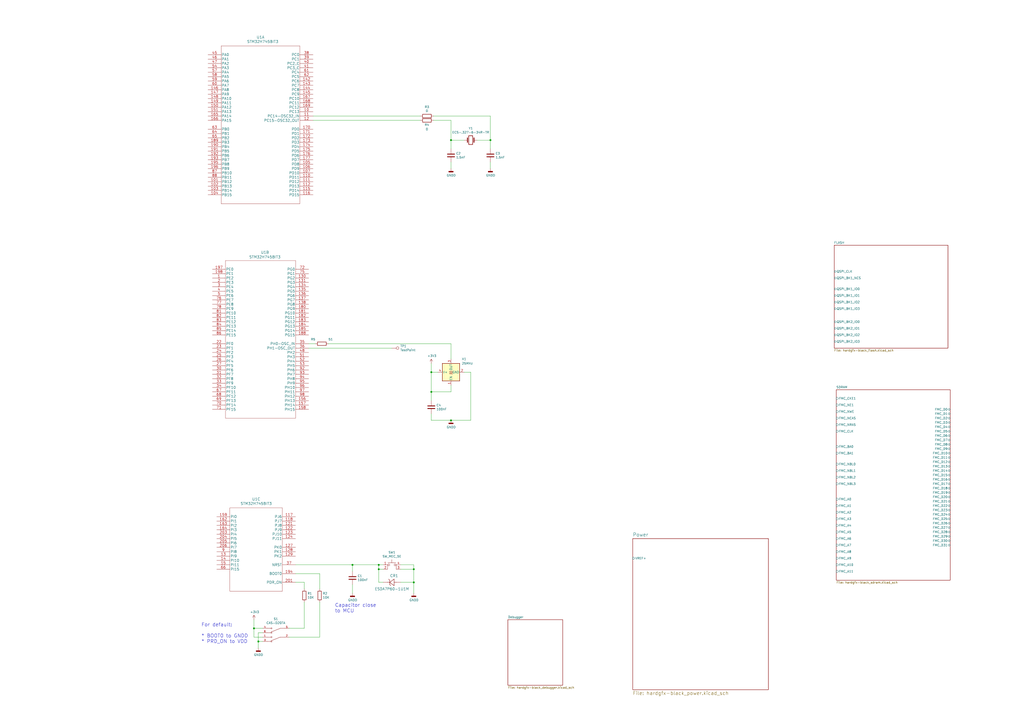
<source format=kicad_sch>
(kicad_sch (version 20211123) (generator eeschema)
  (paper "A2")
  (title_block (title "main") (date "2021-11-20") (rev "Rev. 1") (company "HardGFX") (comment 1 "Esp. Eng. Sciarrone, Hanes Nahuel") (comment 2 "Magister in embedded systems") (comment 3 "UBA - Facultad de Ingeniería"))
  (lib_symbols
    (symbol "CAS-D20TA:CAS-D20TA" (pin_names (offset 1.016) hide)
      (property "Reference" "S" (at -2.54 6.35 0))
      (property "Value" "CAS-D20TA" (at -2.54 -3.81 0))
      (symbol "CAS-D20TA_0_0"
        (polyline (pts (xy -2.54 -2.54) (xy -5.08 -2.54)) (stroke (width 0.1524)))
        (polyline (pts (xy -2.54 -2.54) (xy 2.794 -0.4064)) (stroke (width 0.1524)))
        (polyline (pts (xy -2.54 2.54) (xy -5.08 2.54)) (stroke (width 0.1524)))
        (polyline (pts (xy -2.54 2.54) (xy 2.794 4.6736)) (stroke (width 0.1524)))
        (polyline (pts (xy 5.08 -2.54) (xy 2.921 -2.54)) (stroke (width 0.1524)))
        (polyline (pts (xy 5.08 0) (xy 2.921 0)) (stroke (width 0.1524)))
        (polyline (pts (xy 5.08 2.54) (xy 2.921 2.54)) (stroke (width 0.1524)))
        (polyline (pts (xy 5.08 5.08) (xy 2.921 5.08)) (stroke (width 0.1524)))
        (circle (center 2.54 -2.54) (radius 0.3302) (stroke (width 0.1524)))
        (circle (center 2.54 0) (radius 0.3302) (stroke (width 0.1524)))
        (circle (center 2.54 2.54) (radius 0.3302) (stroke (width 0.1524)))
        (circle (center 2.54 5.08) (radius 0.3302) (stroke (width 0.1524)))
        (pin passive line (at 7.62 2.54 180) (length 2.54) (name "~") (number "1"))
        (pin passive line (at -7.62 2.54 0) (length 2.54) (name "~") (number "2"))
        (pin passive line (at 7.62 5.08 180) (length 2.54) (name "~") (number "3"))
        (pin passive line (at 7.62 -2.54 180) (length 2.54) (name "~") (number "4"))
        (pin passive line (at -7.62 -2.54 0) (length 2.54) (name "~") (number "5"))
        (pin passive line (at 7.62 0 180) (length 2.54) (name "~") (number "6"))
      )
    )
    (symbol "Connector:TestPoint" (pin_numbers hide) (pin_names (offset 0.762) hide)
      (property "Reference" "TP" (at 0 6.858 0))
      (property "Value" "TestPoint" (at 0 5.08 0))
      (symbol "TestPoint_0_1"
        (circle (center 0 3.302) (radius 0.762))
      )
      (symbol "TestPoint_1_1"
        (pin passive line (at 0 0 90) (length 2.54) (name "1") (number "1"))
      )
    )
    (symbol "Device:C" (pin_numbers hide) (pin_names (offset 0.254))
      (property "Reference" "C" (at 0.635 2.54 0))
      (property "Value" "C" (at 0.635 -2.54 0))
      (symbol "C_0_1"
        (polyline (pts (xy -2.032 -0.762) (xy 2.032 -0.762)) (stroke (width 0.508)))
        (polyline (pts (xy -2.032 0.762) (xy 2.032 0.762)) (stroke (width 0.508)))
      )
      (symbol "C_1_1"
        (pin passive line (at 0 3.81 270) (length 2.794) (name "~") (number "1"))
        (pin passive line (at 0 -3.81 90) (length 2.794) (name "~") (number "2"))
      )
    )
    (symbol "Device:Crystal" (pin_numbers hide) (pin_names (offset 1.016) hide)
      (property "Reference" "Y" (at 0 3.81 0))
      (property "Value" "Crystal" (at 0 -3.81 0))
      (symbol "Crystal_0_1"
        (rectangle (start -1.143 2.54) (end 1.143 -2.54) (stroke (width 0.3048)))
        (polyline (pts (xy -2.54 0) (xy -1.905 0)))
        (polyline (pts (xy -1.905 -1.27) (xy -1.905 1.27)) (stroke (width 0.508)))
        (polyline (pts (xy 1.905 -1.27) (xy 1.905 1.27)) (stroke (width 0.508)))
        (polyline (pts (xy 2.54 0) (xy 1.905 0)))
      )
      (symbol "Crystal_1_1"
        (pin passive line (at -3.81 0 0) (length 1.27) (name "1") (number "1"))
        (pin passive line (at 3.81 0 180) (length 1.27) (name "2") (number "2"))
      )
    )
    (symbol "Device:R" (pin_numbers hide) (pin_names (offset 0))
      (property "Reference" "R" (at 2.032 0 90))
      (property "Value" "R" (at 0 0 90))
      (symbol "R_0_1"
        (rectangle (start -1.016 -2.54) (end 1.016 2.54) (stroke (width 0.254)))
      )
      (symbol "R_1_1"
        (pin passive line (at 0 3.81 270) (length 1.27) (name "~") (number "1"))
        (pin passive line (at 0 -3.81 90) (length 1.27) (name "~") (number "2"))
      )
    )
    (symbol "ESDA7P60-1U1M:ESDA7P60-1U1M" (pin_numbers hide) (pin_names (offset 1.651) hide)
      (property "Reference" "CR" (at 0 0 0))
      (property "Value" "ESDA7P60-1U1M" (at 1.27 -4.445 0))
      (symbol "ESDA7P60-1U1M_1_1"
        (polyline (pts (xy 2.54 0) (xy 3.81 0)) (stroke (width 0.2032)))
        (polyline (pts (xy 3.175 1.905) (xy 3.81 1.27)) (stroke (width 0.2032)))
        (polyline (pts (xy 3.81 -1.27) (xy 4.445 -1.905)) (stroke (width 0.2032)))
        (polyline (pts (xy 3.81 0) (xy 6.35 -1.905)) (stroke (width 0.2032)))
        (polyline (pts (xy 3.81 1.27) (xy 3.81 -1.27)) (stroke (width 0.2032)))
        (polyline (pts (xy 6.35 -1.905) (xy 6.35 1.905)) (stroke (width 0.2032)))
        (polyline (pts (xy 6.35 1.905) (xy 3.81 0)) (stroke (width 0.2032)))
        (polyline (pts (xy 7.62 0) (xy 6.35 0)) (stroke (width 0.2032)))
        (pin passive line (at 0 0 0) (length 2.54) (name "~") (number "1"))
        (pin passive line (at 10.16 0 180) (length 2.54) (name "~") (number "2"))
      )
    )
    (symbol "Oscillator:XO32" (pin_names (offset 0.254))
      (property "Reference" "X" (at -5.08 6.35 0))
      (property "Value" "XO32" (at 1.27 -6.35 0))
      (symbol "XO32_0_1"
        (rectangle (start -5.08 5.08) (end 5.08 -5.08) (stroke (width 0.254)) (fill (type background)))
        (polyline (pts (xy -1.27 -0.762) (xy -1.016 -0.762) (xy -1.016 0.762) (xy -0.508 0.762) (xy -0.508 -0.762) (xy 0 -0.762) (xy 0 0.762) (xy 0.508 0.762) (xy 0.508 -0.762) (xy 0.762 -0.762)))
      )
      (symbol "XO32_1_1"
        (pin input line (at -7.62 0 0) (length 2.54) (name "EN") (number "1"))
        (pin power_in line (at 0 -7.62 90) (length 2.54) (name "GND") (number "2"))
        (pin output line (at 7.62 0 180) (length 2.54) (name "OUT") (number "3"))
        (pin power_in line (at 0 7.62 270) (length 2.54) (name "V+") (number "4"))
      )
    )
    (symbol "STM32H745BIT3:STM32H745BIT3" (pin_names (offset 0.254))
      (property "Reference" "U" (at 30.48 10.16 0))
      (property "Value" "STM32H745BIT3" (at 30.48 7.62 0))
      (symbol "STM32H745BIT3_1_1"
        (polyline (pts (xy 7.62 -86.36) (xy 53.34 -86.36)) (stroke (width 0.127)))
        (polyline (pts (xy 7.62 5.08) (xy 7.62 -86.36)) (stroke (width 0.127)))
        (polyline (pts (xy 53.34 -86.36) (xy 53.34 5.08)) (stroke (width 0.127)))
        (polyline (pts (xy 53.34 5.08) (xy 7.62 5.08)) (stroke (width 0.127)))
        (pin bidirectional line (at 60.96 -33.02 180) (length 7.62) (name "PC13") (number "10"))
        (pin bidirectional line (at 0 -73.66 0) (length 7.62) (name "PB12") (number "101"))
        (pin bidirectional line (at 0 -76.2 0) (length 7.62) (name "PB13") (number "102"))
        (pin bidirectional line (at 0 -78.74 0) (length 7.62) (name "PB14") (number "103"))
        (pin bidirectional line (at 0 -81.28 0) (length 7.62) (name "PB15") (number "104"))
        (pin bidirectional line (at 60.96 -63.5 180) (length 7.62) (name "PD8") (number "105"))
        (pin bidirectional line (at 60.96 -66.04 180) (length 7.62) (name "PD9") (number "106"))
        (pin bidirectional line (at 60.96 -68.58 180) (length 7.62) (name "PD10") (number "107"))
        (pin bidirectional line (at 60.96 -35.56 180) (length 7.62) (name "PC14-OSC32_IN") (number "11"))
        (pin bidirectional line (at 60.96 -71.12 180) (length 7.62) (name "PD11") (number "110"))
        (pin bidirectional line (at 60.96 -73.66 180) (length 7.62) (name "PD12") (number "111"))
        (pin bidirectional line (at 60.96 -76.2 180) (length 7.62) (name "PD13") (number "112"))
        (pin bidirectional line (at 60.96 -78.74 180) (length 7.62) (name "PD14") (number "115"))
        (pin bidirectional line (at 60.96 -81.28 180) (length 7.62) (name "PD15") (number "116"))
        (pin bidirectional line (at 60.96 -38.1 180) (length 7.62) (name "PC15-OSC32_OUT") (number "12"))
        (pin bidirectional line (at 60.96 -15.24 180) (length 7.62) (name "PC6") (number "142"))
        (pin bidirectional line (at 60.96 -17.78 180) (length 7.62) (name "PC7") (number "143"))
        (pin bidirectional line (at 60.96 -20.32 180) (length 7.62) (name "PC8") (number "144"))
        (pin bidirectional line (at 60.96 -22.86 180) (length 7.62) (name "PC9") (number "145"))
        (pin bidirectional line (at 0 -20.32 0) (length 7.62) (name "PA8") (number "146"))
        (pin bidirectional line (at 0 -22.86 0) (length 7.62) (name "PA9") (number "147"))
        (pin bidirectional line (at 0 -25.4 0) (length 7.62) (name "PA10") (number "148"))
        (pin bidirectional line (at 0 -27.94 0) (length 7.62) (name "PA11") (number "149"))
        (pin bidirectional line (at 0 -30.48 0) (length 7.62) (name "PA12") (number "150"))
        (pin bidirectional line (at 0 -33.02 0) (length 7.62) (name "PA13") (number "151"))
        (pin bidirectional line (at 0 -35.56 0) (length 7.62) (name "PA14") (number "165"))
        (pin bidirectional line (at 0 -38.1 0) (length 7.62) (name "PA15") (number "166"))
        (pin bidirectional line (at 60.96 -25.4 180) (length 7.62) (name "PC10") (number "167"))
        (pin bidirectional line (at 60.96 -27.94 180) (length 7.62) (name "PC11") (number "168"))
        (pin bidirectional line (at 60.96 -30.48 180) (length 7.62) (name "PC12") (number "169"))
        (pin bidirectional line (at 60.96 -43.18 180) (length 7.62) (name "PD0") (number "170"))
        (pin bidirectional line (at 60.96 -45.72 180) (length 7.62) (name "PD1") (number "171"))
        (pin bidirectional line (at 60.96 -48.26 180) (length 7.62) (name "PD2") (number "172"))
        (pin bidirectional line (at 60.96 -50.8 180) (length 7.62) (name "PD3") (number "173"))
        (pin bidirectional line (at 60.96 -53.34 180) (length 7.62) (name "PD4") (number "174"))
        (pin bidirectional line (at 60.96 -55.88 180) (length 7.62) (name "PD5") (number "175"))
        (pin bidirectional line (at 60.96 -58.42 180) (length 7.62) (name "PD6") (number "176"))
        (pin bidirectional line (at 60.96 -60.96 180) (length 7.62) (name "PD7") (number "177"))
        (pin bidirectional line (at 0 -50.8 0) (length 7.62) (name "PB3") (number "189"))
        (pin bidirectional line (at 0 -53.34 0) (length 7.62) (name "PB4") (number "190"))
        (pin bidirectional line (at 0 -55.88 0) (length 7.62) (name "PB5") (number "191"))
        (pin bidirectional line (at 0 -58.42 0) (length 7.62) (name "PB6") (number "192"))
        (pin bidirectional line (at 0 -60.96 0) (length 7.62) (name "PB7") (number "193"))
        (pin bidirectional line (at 0 -63.5 0) (length 7.62) (name "PB8") (number "195"))
        (pin bidirectional line (at 0 -66.04 0) (length 7.62) (name "PB9") (number "196"))
        (pin bidirectional line (at 60.96 0 180) (length 7.62) (name "PC0") (number "38"))
        (pin bidirectional line (at 60.96 -2.54 180) (length 7.62) (name "PC1") (number "39"))
        (pin bidirectional line (at 60.96 -5.08 180) (length 7.62) (name "PC2_C") (number "40"))
        (pin bidirectional line (at 60.96 -7.62 180) (length 7.62) (name "PC3_C") (number "41"))
        (pin bidirectional line (at 0 0 0) (length 7.62) (name "PA0") (number "45"))
        (pin bidirectional line (at 0 -2.54 0) (length 7.62) (name "PA1") (number "46"))
        (pin bidirectional line (at 0 -5.08 0) (length 7.62) (name "PA2") (number "47"))
        (pin bidirectional line (at 0 -7.62 0) (length 7.62) (name "PA3") (number "54"))
        (pin bidirectional line (at 0 -10.16 0) (length 7.62) (name "PA4") (number "57"))
        (pin bidirectional line (at 0 -12.7 0) (length 7.62) (name "PA5") (number "58"))
        (pin bidirectional line (at 0 -15.24 0) (length 7.62) (name "PA6") (number "59"))
        (pin bidirectional line (at 0 -17.78 0) (length 7.62) (name "PA7") (number "60"))
        (pin bidirectional line (at 60.96 -10.16 180) (length 7.62) (name "PC4") (number "61"))
        (pin bidirectional line (at 60.96 -12.7 180) (length 7.62) (name "PC5") (number "62"))
        (pin bidirectional line (at 0 -43.18 0) (length 7.62) (name "PB0") (number "63"))
        (pin bidirectional line (at 0 -45.72 0) (length 7.62) (name "PB1") (number "64"))
        (pin bidirectional line (at 0 -48.26 0) (length 7.62) (name "PB2") (number "65"))
        (pin bidirectional line (at 0 -68.58 0) (length 7.62) (name "PB10") (number "87"))
        (pin bidirectional line (at 0 -71.12 0) (length 7.62) (name "PB11") (number "88"))
      )
      (symbol "STM32H745BIT3_2_1"
        (polyline (pts (xy 7.62 -86.36) (xy 48.26 -86.36)) (stroke (width 0.127)))
        (polyline (pts (xy 7.62 5.08) (xy 7.62 -86.36)) (stroke (width 0.127)))
        (polyline (pts (xy 48.26 -86.36) (xy 48.26 5.08)) (stroke (width 0.127)))
        (polyline (pts (xy 48.26 5.08) (xy 7.62 5.08)) (stroke (width 0.127)))
        (pin bidirectional line (at 0 -5.08 0) (length 7.62) (name "PE2") (number "1"))
        (pin bidirectional line (at 55.88 -5.08 180) (length 7.62) (name "PG2") (number "130"))
        (pin bidirectional line (at 55.88 -7.62 180) (length 7.62) (name "PG3") (number "131"))
        (pin bidirectional line (at 55.88 -10.16 180) (length 7.62) (name "PG4") (number "134"))
        (pin bidirectional line (at 55.88 -12.7 180) (length 7.62) (name "PG5") (number "135"))
        (pin bidirectional line (at 55.88 -15.24 180) (length 7.62) (name "PG6") (number "136"))
        (pin bidirectional line (at 55.88 -17.78 180) (length 7.62) (name "PG7") (number "137"))
        (pin bidirectional line (at 55.88 -20.32 180) (length 7.62) (name "PG8") (number "138"))
        (pin bidirectional line (at 55.88 -76.2 180) (length 7.62) (name "PH13") (number "156"))
        (pin bidirectional line (at 55.88 -78.74 180) (length 7.62) (name "PH14") (number "157"))
        (pin bidirectional line (at 55.88 -81.28 180) (length 7.62) (name "PH15") (number "158"))
        (pin bidirectional line (at 55.88 -22.86 180) (length 7.62) (name "PG9") (number "180"))
        (pin bidirectional line (at 55.88 -25.4 180) (length 7.62) (name "PG10") (number "181"))
        (pin bidirectional line (at 55.88 -27.94 180) (length 7.62) (name "PG11") (number "182"))
        (pin bidirectional line (at 55.88 -30.48 180) (length 7.62) (name "PG12") (number "183"))
        (pin bidirectional line (at 55.88 -33.02 180) (length 7.62) (name "PG13") (number "184"))
        (pin bidirectional line (at 55.88 -35.56 180) (length 7.62) (name "PG14") (number "185"))
        (pin bidirectional line (at 55.88 -38.1 180) (length 7.62) (name "PG15") (number "188"))
        (pin bidirectional line (at 0 0 0) (length 7.62) (name "PE0") (number "197"))
        (pin bidirectional line (at 0 -2.54 0) (length 7.62) (name "PE1") (number "198"))
        (pin bidirectional line (at 0 -7.62 0) (length 7.62) (name "PE3") (number "2"))
        (pin bidirectional line (at 0 -43.18 0) (length 7.62) (name "PF0") (number "22"))
        (pin bidirectional line (at 0 -45.72 0) (length 7.62) (name "PF1") (number "23"))
        (pin bidirectional line (at 0 -48.26 0) (length 7.62) (name "PF2") (number "24"))
        (pin bidirectional line (at 0 -50.8 0) (length 7.62) (name "PF3") (number "25"))
        (pin bidirectional line (at 0 -53.34 0) (length 7.62) (name "PF4") (number "26"))
        (pin bidirectional line (at 0 -55.88 0) (length 7.62) (name "PF5") (number "27"))
        (pin bidirectional line (at 0 -10.16 0) (length 7.62) (name "PE4") (number "3"))
        (pin bidirectional line (at 0 -58.42 0) (length 7.62) (name "PF6") (number "30"))
        (pin bidirectional line (at 0 -60.96 0) (length 7.62) (name "PF7") (number "31"))
        (pin bidirectional line (at 0 -63.5 0) (length 7.62) (name "PF8") (number "32"))
        (pin bidirectional line (at 0 -66.04 0) (length 7.62) (name "PF9") (number "33"))
        (pin bidirectional line (at 0 -68.58 0) (length 7.62) (name "PF10") (number "34"))
        (pin bidirectional line (at 55.88 -43.18 180) (length 7.62) (name "PH0-OSC_IN") (number "35"))
        (pin bidirectional line (at 55.88 -45.72 180) (length 7.62) (name "PH1-OSC_OUT") (number "36"))
        (pin bidirectional line (at 0 -12.7 0) (length 7.62) (name "PE5") (number "4"))
        (pin bidirectional line (at 55.88 -48.26 180) (length 7.62) (name "PH2") (number "48"))
        (pin bidirectional line (at 0 -15.24 0) (length 7.62) (name "PE6") (number "5"))
        (pin bidirectional line (at 55.88 -50.8 180) (length 7.62) (name "PH3") (number "51"))
        (pin bidirectional line (at 55.88 -53.34 180) (length 7.62) (name "PH4") (number "52"))
        (pin bidirectional line (at 55.88 -55.88 180) (length 7.62) (name "PH5") (number "53"))
        (pin bidirectional line (at 0 -71.12 0) (length 7.62) (name "PF11") (number "67"))
        (pin bidirectional line (at 0 -73.66 0) (length 7.62) (name "PF12") (number "68"))
        (pin bidirectional line (at 0 -76.2 0) (length 7.62) (name "PF13") (number "69"))
        (pin bidirectional line (at 0 -78.74 0) (length 7.62) (name "PF14") (number "70"))
        (pin bidirectional line (at 0 -81.28 0) (length 7.62) (name "PF15") (number "71"))
        (pin bidirectional line (at 55.88 0 180) (length 7.62) (name "PG0") (number "72"))
        (pin bidirectional line (at 55.88 -2.54 180) (length 7.62) (name "PG1") (number "75"))
        (pin bidirectional line (at 0 -17.78 0) (length 7.62) (name "PE7") (number "76"))
        (pin bidirectional line (at 0 -20.32 0) (length 7.62) (name "PE8") (number "77"))
        (pin bidirectional line (at 0 -22.86 0) (length 7.62) (name "PE9") (number "78"))
        (pin bidirectional line (at 0 -25.4 0) (length 7.62) (name "PE10") (number "81"))
        (pin bidirectional line (at 0 -27.94 0) (length 7.62) (name "PE11") (number "82"))
        (pin bidirectional line (at 0 -30.48 0) (length 7.62) (name "PE12") (number "83"))
        (pin bidirectional line (at 0 -33.02 0) (length 7.62) (name "PE13") (number "84"))
        (pin bidirectional line (at 0 -35.56 0) (length 7.62) (name "PE14") (number "85"))
        (pin bidirectional line (at 0 -38.1 0) (length 7.62) (name "PE15") (number "86"))
        (pin bidirectional line (at 55.88 -58.42 180) (length 7.62) (name "PH6") (number "92"))
        (pin bidirectional line (at 55.88 -60.96 180) (length 7.62) (name "PH7") (number "93"))
        (pin bidirectional line (at 55.88 -63.5 180) (length 7.62) (name "PH8") (number "94"))
        (pin bidirectional line (at 55.88 -66.04 180) (length 7.62) (name "PH9") (number "95"))
        (pin bidirectional line (at 55.88 -68.58 180) (length 7.62) (name "PH10") (number "96"))
        (pin bidirectional line (at 55.88 -71.12 180) (length 7.62) (name "PH11") (number "97"))
        (pin bidirectional line (at 55.88 -73.66 180) (length 7.62) (name "PH12") (number "98"))
      )
      (symbol "STM32H745BIT3_3_1"
        (polyline (pts (xy 7.62 -43.18) (xy 38.1 -43.18)) (stroke (width 0.127)))
        (polyline (pts (xy 7.62 5.08) (xy 7.62 -43.18)) (stroke (width 0.127)))
        (polyline (pts (xy 38.1 -43.18) (xy 38.1 5.08)) (stroke (width 0.127)))
        (polyline (pts (xy 38.1 5.08) (xy 7.62 5.08)) (stroke (width 0.127)))
        (pin bidirectional line (at 45.72 0 180) (length 7.62) (name "PJ6") (number "117"))
        (pin bidirectional line (at 45.72 -2.54 180) (length 7.62) (name "PJ7") (number "118"))
        (pin bidirectional line (at 45.72 -5.08 180) (length 7.62) (name "PJ8") (number "121"))
        (pin bidirectional line (at 45.72 -7.62 180) (length 7.62) (name "PJ9") (number "122"))
        (pin bidirectional line (at 45.72 -10.16 180) (length 7.62) (name "PJ10") (number "123"))
        (pin bidirectional line (at 45.72 -12.7 180) (length 7.62) (name "PJ11") (number "124"))
        (pin bidirectional line (at 45.72 -17.78 180) (length 7.62) (name "PK0") (number "127"))
        (pin bidirectional line (at 45.72 -20.32 180) (length 7.62) (name "PK1") (number "128"))
        (pin bidirectional line (at 45.72 -22.86 180) (length 7.62) (name "PK2") (number "129"))
        (pin bidirectional line (at 0 -22.86 0) (length 7.62) (name "PI9") (number "13"))
        (pin bidirectional line (at 0 -25.4 0) (length 7.62) (name "PI10") (number "14"))
        (pin bidirectional line (at 0 -27.94 0) (length 7.62) (name "PI11") (number "15"))
        (pin bidirectional line (at 0 0 0) (length 7.62) (name "PI0") (number "159"))
        (pin bidirectional line (at 0 -2.54 0) (length 7.62) (name "PI1") (number "162"))
        (pin bidirectional line (at 0 -5.08 0) (length 7.62) (name "PI2") (number "163"))
        (pin bidirectional line (at 0 -7.62 0) (length 7.62) (name "PI3") (number "164"))
        (pin input line (at 45.72 -33.02 180) (length 7.62) (name "BOOT0") (number "194"))
        (pin input line (at 45.72 -38.1 180) (length 7.62) (name "PDR_ON") (number "201"))
        (pin bidirectional line (at 0 -10.16 0) (length 7.62) (name "PI4") (number "203"))
        (pin bidirectional line (at 0 -12.7 0) (length 7.62) (name "PI5") (number "204"))
        (pin bidirectional line (at 0 -15.24 0) (length 7.62) (name "PI6") (number "205"))
        (pin bidirectional line (at 0 -17.78 0) (length 7.62) (name "PI7") (number "206"))
        (pin input line (at 45.72 -27.94 180) (length 7.62) (name "NRST") (number "37"))
        (pin bidirectional line (at 0 -30.48 0) (length 7.62) (name "PI15") (number "66"))
        (pin bidirectional line (at 0 -20.32 0) (length 7.62) (name "PI8") (number "9"))
      )
      (symbol "STM32H745BIT3_4_1"
        (polyline (pts (xy 7.62 -88.9) (xy 48.26 -88.9)) (stroke (width 0.127)))
        (polyline (pts (xy 7.62 5.08) (xy 7.62 -88.9)) (stroke (width 0.127)))
        (polyline (pts (xy 48.26 -88.9) (xy 48.26 5.08)) (stroke (width 0.127)))
        (polyline (pts (xy 48.26 5.08) (xy 7.62 5.08)) (stroke (width 0.127)))
        (pin power_in line (at 55.88 -17.78 180) (length 7.62) (name "VDD") (number "100"))
        (pin power_in line (at 55.88 -20.32 180) (length 7.62) (name "VDD") (number "108"))
        (pin power_in line (at 0 -22.86 0) (length 7.62) (name "VSS") (number "109"))
        (pin power_in line (at 0 -25.4 0) (length 7.62) (name "VSS") (number "113"))
        (pin power_in line (at 55.88 -22.86 180) (length 7.62) (name "VDD") (number "114"))
        (pin power_in line (at 55.88 -25.4 180) (length 7.62) (name "VDD") (number "119"))
        (pin power_in line (at 0 -27.94 0) (length 7.62) (name "VSS") (number "120"))
        (pin power_in line (at 55.88 -27.94 180) (length 7.62) (name "VDD") (number "125"))
        (pin power_in line (at 0 -30.48 0) (length 7.62) (name "VSS") (number "126"))
        (pin power_in line (at 0 -33.02 0) (length 7.62) (name "VSS") (number "132"))
        (pin power_in line (at 55.88 -30.48 180) (length 7.62) (name "VDD") (number "133"))
        (pin power_in line (at 0 -35.56 0) (length 7.62) (name "VSS") (number "139"))
        (pin power_in line (at 55.88 -71.12 180) (length 7.62) (name "VDD50USB") (number "140"))
        (pin power_in line (at 55.88 -68.58 180) (length 7.62) (name "VDD33USB") (number "141"))
        (pin power_in line (at 0 -81.28 0) (length 7.62) (name "VCAP") (number "152"))
        (pin power_in line (at 0 -38.1 0) (length 7.62) (name "VSS") (number "153"))
        (pin power_in line (at 55.88 -55.88 180) (length 7.62) (name "VDDLDO") (number "154"))
        (pin power_in line (at 55.88 -33.02 180) (length 7.62) (name "VDD") (number "155"))
        (pin power_in line (at 0 -2.54 0) (length 7.62) (name "VSS") (number "16"))
        (pin power_in line (at 0 -40.64 0) (length 7.62) (name "VSS") (number "160"))
        (pin power_in line (at 55.88 -35.56 180) (length 7.62) (name "VDD") (number "161"))
        (pin power_in line (at 55.88 -2.54 180) (length 7.62) (name "VDD") (number "17"))
        (pin power_in line (at 0 -43.18 0) (length 7.62) (name "VSS") (number "178"))
        (pin power_in line (at 55.88 -38.1 180) (length 7.62) (name "VDD") (number "179"))
        (pin power_in line (at 0 -60.96 0) (length 7.62) (name "VSSSMPS") (number "18"))
        (pin power_in line (at 0 -45.72 0) (length 7.62) (name "VSS") (number "186"))
        (pin power_in line (at 55.88 -40.64 180) (length 7.62) (name "VDD") (number "187"))
        (pin power_in line (at 0 -68.58 0) (length 7.62) (name "VLXSMPS") (number "19"))
        (pin power_in line (at 0 -83.82 0) (length 7.62) (name "VCAP") (number "199"))
        (pin power_in line (at 55.88 -63.5 180) (length 7.62) (name "VDDSMPS") (number "20"))
        (pin power_in line (at 0 -48.26 0) (length 7.62) (name "VSS") (number "200"))
        (pin power_in line (at 55.88 -58.42 180) (length 7.62) (name "VDDLDO") (number "202"))
        (pin power_in line (at 0 -50.8 0) (length 7.62) (name "VSS") (number "207"))
        (pin power_in line (at 55.88 -43.18 180) (length 7.62) (name "VDD") (number "208"))
        (pin power_in line (at 0 -66.04 0) (length 7.62) (name "VFBSMPS") (number "21"))
        (pin power_in line (at 0 -5.08 0) (length 7.62) (name "VSS") (number "28"))
        (pin power_in line (at 55.88 -5.08 180) (length 7.62) (name "VDD") (number "29"))
        (pin power_in line (at 0 -55.88 0) (length 7.62) (name "VSSA") (number "42"))
        (pin power_in line (at 55.88 -76.2 180) (length 7.62) (name "VREF+") (number "43"))
        (pin power_in line (at 55.88 -48.26 180) (length 7.62) (name "VDDA") (number "44"))
        (pin power_in line (at 55.88 -7.62 180) (length 7.62) (name "VDD") (number "49"))
        (pin power_in line (at 0 -7.62 0) (length 7.62) (name "VSS") (number "50"))
        (pin power_in line (at 0 -10.16 0) (length 7.62) (name "VSS") (number "55"))
        (pin power_in line (at 55.88 -10.16 180) (length 7.62) (name "VDD") (number "56"))
        (pin power_in line (at 0 0 0) (length 7.62) (name "VSS") (number "6"))
        (pin power_in line (at 55.88 0 180) (length 7.62) (name "VDD") (number "7"))
        (pin power_in line (at 0 -12.7 0) (length 7.62) (name "VSS") (number "73"))
        (pin power_in line (at 55.88 -12.7 180) (length 7.62) (name "VDD") (number "74"))
        (pin power_in line (at 0 -15.24 0) (length 7.62) (name "VSS") (number "79"))
        (pin power_in line (at 0 -73.66 0) (length 7.62) (name "VBAT") (number "8"))
        (pin power_in line (at 55.88 -15.24 180) (length 7.62) (name "VDD") (number "80"))
        (pin power_in line (at 0 -78.74 0) (length 7.62) (name "VCAP") (number "89"))
        (pin power_in line (at 0 -17.78 0) (length 7.62) (name "VSS") (number "90"))
        (pin power_in line (at 55.88 -53.34 180) (length 7.62) (name "VDDLDO") (number "91"))
        (pin power_in line (at 0 -20.32 0) (length 7.62) (name "VSS") (number "99"))
      )
    )
    (symbol "Switch:SW_MEC_5E" (pin_names (offset 1.016) hide)
      (property "Reference" "SW" (at 0.635 5.715 0))
      (property "Value" "SW_MEC_5E" (at 0 -3.175 0))
      (symbol "SW_MEC_5E_0_1"
        (circle (center -1.778 2.54) (radius 0.508))
        (polyline (pts (xy -2.286 3.81) (xy 2.286 3.81)))
        (polyline (pts (xy 0 3.81) (xy 0 5.588)))
        (polyline (pts (xy -2.54 0) (xy -2.54 2.54) (xy -2.286 2.54)))
        (polyline (pts (xy 2.54 0) (xy 2.54 2.54) (xy 2.286 2.54)))
        (circle (center 1.778 2.54) (radius 0.508))
        (pin passive line (at -5.08 2.54 0) (length 2.54) (name "1") (number "1"))
        (pin passive line (at -5.08 0 0) (length 2.54) (name "2") (number "2"))
        (pin passive line (at 5.08 0 180) (length 2.54) (name "K") (number "3"))
        (pin passive line (at 5.08 2.54 180) (length 2.54) (name "A") (number "4"))
      )
    )
    (symbol "power:+3V3" (power) (pin_names (offset 0))
      (property "Value" "+3V3" (at 0 3.556 0))
      (symbol "+3V3_0_1"
        (polyline (pts (xy -0.762 1.27) (xy 0 2.54)))
        (polyline (pts (xy 0 0) (xy 0 2.54)))
        (polyline (pts (xy 0 2.54) (xy 0.762 1.27)))
      )
      (symbol "+3V3_1_1"
        (pin power_in line (at 0 0 90) (length 0) hide (name "+3V3") (number "1"))
      )
    )
    (symbol "power:GNDD" (power) (pin_names (offset 0))
      (property "Value" "GNDD" (at 0 -3.175 0))
      (symbol "GNDD_0_1"
        (rectangle (start -1.27 -1.524) (end 1.27 -2.032) (stroke (width 0.254)) (fill (type outline)))
        (polyline (pts (xy 0 0) (xy 0 -1.524)))
      )
      (symbol "GNDD_1_1"
        (pin power_in line (at 0 0 270) (length 0) hide (name "GNDD") (number "1"))
      )
    )
  )
  (junction (at 240.03 330.2))
  (junction (at 240.03 337.82))
  (junction (at 219.71 330.2))
  (junction (at 219.71 327.66))
  (junction (at 261.62 81.28))
  (junction (at 261.62 243.84))
  (junction (at 284.48 81.28))
  (junction (at 250.19 227.33))
  (junction (at 149.86 372.11))
  (junction (at 204.47 327.66))
  (junction (at 250.19 215.9))
  (junction (at 147.32 364.49))
  (wire (pts (xy 149.86 367.03) (xy 152.4 367.03)))
  (wire (pts (xy 181.61 67.31) (xy 243.84 67.31)))
  (wire (pts (xy 149.86 372.11) (xy 149.86 367.03)))
  (wire (pts (xy 240.03 327.66) (xy 240.03 330.2)))
  (wire (pts (xy 273.05 215.9) (xy 273.05 243.84)))
  (wire (pts (xy 176.53 364.49) (xy 167.64 364.49)))
  (wire (pts (xy 261.62 243.84) (xy 250.19 243.84)))
  (wire (pts (xy 232.41 327.66) (xy 240.03 327.66)))
  (wire (pts (xy 250.19 210.82) (xy 250.19 215.9)))
  (wire (pts (xy 222.25 327.66) (xy 219.71 327.66)))
  (wire (pts (xy 147.32 364.49) (xy 147.32 359.41)))
  (wire (pts (xy 276.86 81.28) (xy 284.48 81.28)))
  (wire (pts (xy 251.46 69.85) (xy 261.62 69.85)))
  (wire (pts (xy 219.71 337.82) (xy 219.71 330.2)))
  (wire (pts (xy 273.05 243.84) (xy 261.62 243.84)))
  (wire (pts (xy 254 215.9) (xy 250.19 215.9)))
  (wire (pts (xy 250.19 243.84) (xy 250.19 240.03)))
  (wire (pts (xy 185.42 332.74) (xy 171.45 332.74)))
  (wire (pts (xy 251.46 67.31) (xy 284.48 67.31)))
  (wire (pts (xy 261.62 199.39) (xy 261.62 208.28)))
  (wire (pts (xy 240.03 330.2) (xy 240.03 337.82)))
  (wire (pts (xy 185.42 369.57) (xy 167.64 369.57)))
  (wire (pts (xy 284.48 67.31) (xy 284.48 81.28)))
  (wire (pts (xy 204.47 327.66) (xy 204.47 331.47)))
  (wire (pts (xy 176.53 349.25) (xy 176.53 364.49)))
  (wire (pts (xy 190.5 199.39) (xy 261.62 199.39)))
  (wire (pts (xy 261.62 69.85) (xy 261.62 81.28)))
  (wire (pts (xy 261.62 223.52) (xy 261.62 227.33)))
  (wire (pts (xy 147.32 369.57) (xy 147.32 364.49)))
  (wire (pts (xy 185.42 349.25) (xy 185.42 369.57)))
  (wire (pts (xy 179.07 199.39) (xy 182.88 199.39)))
  (wire (pts (xy 261.62 81.28) (xy 261.62 86.36)))
  (wire (pts (xy 149.86 375.92) (xy 149.86 372.11)))
  (wire (pts (xy 176.53 337.82) (xy 171.45 337.82)))
  (wire (pts (xy 179.07 201.93) (xy 227.33 201.93)))
  (wire (pts (xy 152.4 364.49) (xy 147.32 364.49)))
  (wire (pts (xy 269.24 81.28) (xy 261.62 81.28)))
  (wire (pts (xy 250.19 215.9) (xy 250.19 227.33)))
  (wire (pts (xy 250.19 227.33) (xy 250.19 232.41)))
  (wire (pts (xy 243.84 69.85) (xy 181.61 69.85)))
  (wire (pts (xy 152.4 372.11) (xy 149.86 372.11)))
  (wire (pts (xy 284.48 97.79) (xy 284.48 93.98)))
  (wire (pts (xy 222.25 337.82) (xy 219.71 337.82)))
  (wire (pts (xy 232.41 330.2) (xy 240.03 330.2)))
  (wire (pts (xy 240.03 344.17) (xy 240.03 337.82)))
  (wire (pts (xy 219.71 330.2) (xy 219.71 327.66)))
  (wire (pts (xy 222.25 330.2) (xy 219.71 330.2)))
  (wire (pts (xy 219.71 327.66) (xy 204.47 327.66)))
  (wire (pts (xy 152.4 369.57) (xy 147.32 369.57)))
  (wire (pts (xy 261.62 227.33) (xy 250.19 227.33)))
  (wire (pts (xy 185.42 341.63) (xy 185.42 332.74)))
  (wire (pts (xy 204.47 339.09) (xy 204.47 344.17)))
  (wire (pts (xy 261.62 97.79) (xy 261.62 93.98)))
  (wire (pts (xy 171.45 327.66) (xy 204.47 327.66)))
  (wire (pts (xy 232.41 337.82) (xy 240.03 337.82)))
  (wire (pts (xy 176.53 341.63) (xy 176.53 337.82)))
  (wire (pts (xy 269.24 215.9) (xy 273.05 215.9)))
  (wire (pts (xy 284.48 81.28) (xy 284.48 86.36)))
  (text "For default:\n\n* BOOT0 to GNDD \n* PRD_ON to VDD" (at 116.84 373.38 0) (effects (font (size 2.0066 2.0066)) (justify left bottom)))
  (text "Capacitor close \nto MCU" (at 194.31 355.6 0) (effects (font (size 2.0066 2.0066)) (justify left bottom)))
  (symbol (lib_id "STM32H745BIT3:STM32H745BIT3") (at 123.19 156.21 0) (unit 2)
    (property "Reference" "U1" (at 153.67 146.3802 0) (effects (font (size 1.524 1.524))))
    (property "Value" "STM32H745BIT3" (at 153.67 149.0726 0) (effects (font (size 1.524 1.524))))
    (property "Footprint" "STM32H745BIT3:STM32H745BIT3" (effects hide))
    (property "Datasheet" "https://www.st.com/resource/en/datasheet/stm32h745bi.pdf" (effects hide))
    (property "manf#" "STM32H745BIT6 " (effects hide))
    (property "MANUFACTURER" "STMicroelectronics " (effects hide))
  )
  (symbol (lib_id "STM32H745BIT3:STM32H745BIT3") (at 125.73 299.72 0) (unit 3)
    (property "Reference" "U1" (at 148.59 289.56 0) (effects (font (size 1.524 1.524))))
    (property "Value" "STM32H745BIT3" (at 148.59 292.1 0) (effects (font (size 1.524 1.524))))
    (property "Footprint" "STM32H745BIT3:STM32H745BIT3" (effects hide))
    (property "Datasheet" "https://www.st.com/resource/en/datasheet/stm32h745bi.pdf" (effects hide))
    (property "manf#" "STM32H745BIT6 " (effects hide))
    (property "MANUFACTURER" "STMicroelectronics " (effects hide))
  )
  (symbol (lib_id "STM32H745BIT3:STM32H745BIT3") (at 120.65 31.75 0) (unit 1)
    (property "Reference" "U1" (at 151.13 21.59 0) (effects (font (size 1.524 1.524))))
    (property "Value" "STM32H745BIT3" (at 152.4 24.13 0) (effects (font (size 1.524 1.524))))
    (property "Footprint" "STM32H745BIT3:STM32H745BIT3" (effects hide))
    (property "Datasheet" "https://www.st.com/resource/en/datasheet/stm32h745bi.pdf" (effects hide))
    (property "manf#" "STM32H745BIT6 " (effects hide))
    (property "MANUFACTURER" "STMicroelectronics " (effects hide))
  )
  (symbol (lib_id "CAS-D20TA:CAS-D20TA") (at 160.02 367.03 180) (unit 1)
    (property "Reference" "S1" (at 160.02 359.0544 0))
    (property "Value" "CAS-D20TA" (at 160.02 361.3658 0))
    (property "Footprint" "CAS-D20TA:SW_CAS-D20TA" (effects hide))
    (property "Datasheet" "https://www.nidec-copal-electronics.com/e/catalog/switch/cas.pdf" (effects hide))
    (property "PARTREV" "N/A" (effects hide))
    (property "MANUFACTURER" "Nidec Copal " (effects hide))
    (property "STANDARD" "Manufacturer Recommendations" (effects hide))
    (property "MAXIMUM_PACKAGE_HEIGHT" "2.5 mm" (effects hide))
    (property "digikey#" "CASD20JCT-ND" (effects hide))
    (property "manf#" "CAS-D20TA" (effects hide))
    (property "mouser#" "229-CAS-D20TA" (effects hide))
  )
  (symbol (lib_id "Device:R") (at 176.53 345.44 0) (unit 1)
    (property "Reference" "R1" (at 178.308 344.2716 0) (effects (justify left)))
    (property "Value" "10K" (at 178.308 346.583 0) (effects (justify left)))
    (property "Footprint" "Resistor_SMD:R_0603_1608Metric_Pad0.98x0.95mm_HandSolder" (effects hide))
    (property "Datasheet" "https://www.yageo.com/upload/media/product/productsearch/datasheet/rchip/PYu-RC_Group_51_RoHS_L_11.pdf" (effects hide))
    (property "MANUFACTURER" "YAGEO" (effects hide))
    (property "digikey#" "311-10.0KHRCT-ND" (effects hide))
    (property "manf#" "RC0603FR-0710KL" (effects hide))
    (property "mouser#" "603-RC0603FR-0710KL" (effects hide))
  )
  (symbol (lib_id "Device:R") (at 185.42 345.44 0) (unit 1)
    (property "Reference" "R2" (at 187.198 344.2716 0) (effects (justify left)))
    (property "Value" "10K" (at 187.198 346.583 0) (effects (justify left)))
    (property "Footprint" "Resistor_SMD:R_0603_1608Metric_Pad0.98x0.95mm_HandSolder" (effects hide))
    (property "Datasheet" "https://www.yageo.com/upload/media/product/productsearch/datasheet/rchip/PYu-RC_Group_51_RoHS_L_11.pdf" (effects hide))
    (property "MANUFACTURER" "YAGEO" (effects hide))
    (property "digikey#" "311-10.0KHRCT-ND" (effects hide))
    (property "manf#" "RC0603FR-0710KL" (effects hide))
    (property "mouser#" "603-RC0603FR-0710KL" (effects hide))
  )
  (symbol (lib_id "power:+3V3") (at 147.32 359.41 0) (unit 1)
    (property "Reference" "#PWR0101" (effects hide))
    (property "Value" "+3V3" (at 147.701 355.0158 0))
  )
  (symbol (lib_id "Device:C") (at 204.47 335.28 0) (unit 1)
    (property "Reference" "C1" (at 207.391 334.1116 0) (effects (justify left)))
    (property "Value" "100nF" (at 207.391 336.423 0) (effects (justify left)))
    (property "Footprint" "Capacitor_SMD:C_0603_1608Metric_Pad1.08x0.95mm_HandSolder" (effects hide))
    (property "Datasheet" "https://www.yageo.com/upload/media/product/productsearch/datasheet/mlcc/UPY-GPHC_X7R_6.3V-to-50V_20.pdf" (effects hide))
    (property "MANUFACTURER" "YAGEO" (effects hide))
    (property "digikey#" "311-1088-1-ND" (effects hide))
    (property "manf#" "CC0603KRX7R7BB104 " (effects hide))
    (property "mouser#" "603-CC603KRX7R7BB104 " (effects hide))
  )
  (symbol (lib_id "Switch:SW_MEC_5E") (at 227.33 330.2 0) (unit 1)
    (property "Reference" "SW1" (at 227.33 320.421 0))
    (property "Value" "SW_MEC_5E" (at 227.33 322.7324 0))
    (property "Footprint" "Button_switch_wuerth_elektronik_430481025816:Button_switch_wuerth_elektronik_430481025816" (effects hide))
    (property "Datasheet" "https://www.we-online.com/katalog/datasheet/4304x1xxx8x6.pdf" (effects hide))
    (property "MANUFACTURER" "Würth Elektronik" (effects hide))
    (property "digikey#" "732-7022-1-ND" (effects hide))
    (property "manf#" "430481025816 " (effects hide))
    (property "mouser#" "710-430481025816" (effects hide))
  )
  (symbol (lib_id "ESDA7P60-1U1M:ESDA7P60-1U1M") (at 222.25 337.82 0) (unit 1)
    (property "Reference" "CR1" (at 228.6 334.01 0) (effects (font (size 1.524 1.524))))
    (property "Value" "ESDA7P60-1U1M" (at 227.33 341.63 0) (effects (font (size 1.524 1.524))))
    (property "Footprint" "ESDA7P60-1U1M:ESDA7P60-1U1M" (effects hide))
    (property "Datasheet" "https://www.st.com/resource/en/datasheet/esda7p60-1u1m.pdf" (effects hide))
    (property "MANUFACTURER" "STMicroelectronics " (effects hide))
    (property "digikey#" "497-16253-1-ND" (effects hide))
    (property "manf#" "ESDA7P60-1U1M" (effects hide))
    (property "mouser#" "511-ESDA7P60-1U1M" (effects hide))
  )
  (symbol (lib_id "Device:Crystal") (at 273.05 81.28 0) (unit 1)
    (property "Reference" "Y1" (at 273.05 74.4728 0))
    (property "Value" "ECS-.327-6-34R-TR" (at 273.05 76.7842 0))
    (property "Footprint" "Crystal:Crystal_SMD_EuroQuartz_EQ161-2Pin_3.2x1.5mm_HandSoldering" (effects hide))
    (property "Datasheet" "https://ecsxtal.com/store/pdf/ECX_34R.pdf" (effects hide))
    (property "MANUFACTURER" "ECS" (effects hide))
    (property "digikey#" "XC3152CT-ND" (effects hide))
    (property "manf#" "ECS-.327-6-34R-TR" (effects hide))
    (property "mouser#" "520-.327-6-34RT" (effects hide))
  )
  (symbol (lib_id "Device:C") (at 261.62 90.17 0) (unit 1)
    (property "Reference" "C2" (at 264.541 89.0016 0) (effects (justify left)))
    (property "Value" "1.5nF" (at 264.541 91.313 0) (effects (justify left)))
    (property "Footprint" "Capacitor_SMD:C_0603_1608Metric_Pad1.08x0.95mm_HandSolder" (effects hide))
    (property "Datasheet" "https://www.yageo.com/upload/media/product/productsearch/datasheet/mlcc/UPY-GP_NP0_16V-to-50V_18.pdf" (effects hide))
    (property "MANUFACTURER" "YAGEO" (effects hide))
    (property "digikey#" "311-1050-1-ND" (effects hide))
    (property "manf#" "CC0603CRNPO9BN1R5" (effects hide))
    (property "mouser#" "603-CC603CRNPO9BN1R5" (effects hide))
  )
  (symbol (lib_id "Device:C") (at 284.48 90.17 0) (unit 1)
    (property "Reference" "C3" (at 287.401 89.0016 0) (effects (justify left)))
    (property "Value" "1.5nF" (at 287.401 91.313 0) (effects (justify left)))
    (property "Footprint" "Capacitor_SMD:C_0603_1608Metric_Pad1.08x0.95mm_HandSolder" (effects hide))
    (property "Datasheet" "https://www.yageo.com/upload/media/product/productsearch/datasheet/mlcc/UPY-GP_NP0_16V-to-50V_18.pdf" (effects hide))
    (property "MANUFACTURER" "YAGEO" (effects hide))
    (property "digikey#" "311-1050-1-ND" (effects hide))
    (property "manf#" "CC0603CRNPO9BN1R5" (effects hide))
    (property "mouser#" "603-CC603CRNPO9BN1R5" (effects hide))
  )
  (symbol (lib_id "power:GNDD") (at 204.47 344.17 0) (unit 1)
    (property "Reference" "#PWR0102" (effects hide))
    (property "Value" "GNDD" (at 204.5716 348.107 0))
  )
  (symbol (lib_id "power:GNDD") (at 240.03 344.17 0) (unit 1)
    (property "Reference" "#PWR0103" (effects hide))
    (property "Value" "GNDD" (at 240.1316 348.107 0))
  )
  (symbol (lib_id "power:GNDD") (at 149.86 375.92 0) (unit 1)
    (property "Reference" "#PWR0104" (effects hide))
    (property "Value" "GNDD" (at 149.9616 379.857 0))
  )
  (symbol (lib_id "Device:R") (at 247.65 69.85 270) (unit 1)
    (property "Reference" "R4" (at 247.65 72.39 90))
    (property "Value" "0" (at 247.65 74.93 90))
    (property "Footprint" "Resistor_SMD:R_0603_1608Metric_Pad0.98x0.95mm_HandSolder" (effects hide))
    (property "Datasheet" "https://fscdn.rohm.com/en/products/databook/datasheet/passive/resistor/chip_resistor/pmr-jpw-e.pdf" (effects hide))
    (property "MANUFACTURER" "Rohm Semiconductor" (effects hide))
    (property "digikey#" "PMR03EZPJ000-ND" (effects hide))
    (property "manf#" "PMR03EZPJ000" (effects hide))
    (property "mouser#" "755-PMR03EZPJ000" (effects hide))
  )
  (symbol (lib_id "Device:R") (at 247.65 67.31 270) (unit 1)
    (property "Reference" "R3" (at 247.65 62.0522 90))
    (property "Value" "0" (at 247.65 64.3636 90))
    (property "Footprint" "Resistor_SMD:R_0603_1608Metric_Pad0.98x0.95mm_HandSolder" (effects hide))
    (property "Datasheet" "https://fscdn.rohm.com/en/products/databook/datasheet/passive/resistor/chip_resistor/pmr-jpw-e.pdf" (effects hide))
    (property "MANUFACTURER" "Rohm Semiconductor" (effects hide))
    (property "digikey#" "PMR03EZPJ000-ND" (effects hide))
    (property "manf#" "PMR03EZPJ000" (effects hide))
    (property "mouser#" "755-PMR03EZPJ000" (effects hide))
  )
  (symbol (lib_id "power:GNDD") (at 261.62 97.79 0) (unit 1)
    (property "Reference" "#PWR0105" (effects hide))
    (property "Value" "GNDD" (at 261.7216 101.727 0))
  )
  (symbol (lib_id "power:GNDD") (at 284.48 97.79 0) (unit 1)
    (property "Reference" "#PWR0106" (effects hide))
    (property "Value" "GNDD" (at 284.5816 101.727 0))
  )
  (symbol (lib_id "Oscillator:XO32") (at 261.62 215.9 90) (unit 1)
    (property "Reference" "X1" (at 270.51 208.28 90) (effects (justify left)))
    (property "Value" "25MHz" (at 274.32 210.82 90) (effects (justify left)))
    (property "Footprint" "Oscillator:Oscillator_SMD_ECS_2520MV-xxx-xx-4Pin_2.5x2.0mm" (effects hide))
    (property "Datasheet" "https://ar.mouser.com/datasheet/2/137/SG_210STF_en-1003240.pdf" (effects hide))
    (property "MANUFACTURER" "Epson Timing " (effects hide))
    (property "manf#" "SG-210STF 25.0000ML5" (effects hide))
    (property "mouser#" "732-SG-210STF25.0ML5" (effects hide))
  )
  (symbol (lib_id "Device:R") (at 186.69 199.39 270) (unit 1)
    (property "Reference" "R5" (at 181.61 196.85 90))
    (property "Value" "51" (at 191.77 196.85 90))
    (property "Footprint" "Resistor_SMD:R_0603_1608Metric_Pad0.98x0.95mm_HandSolder" (effects hide))
    (property "Datasheet" "https://www.yageo.com/upload/media/product/productsearch/datasheet/rchip/PYu-RC_Group_51_RoHS_L_11.pdf" (effects hide))
    (property "MANUFACTURER" "YAGEO" (effects hide))
    (property "digikey#" "311-51.0HRCT-ND" (effects hide))
    (property "manf#" "RC0603FR-0751RL" (effects hide))
    (property "mouser#" "603-RC0603FR-0751RL" (effects hide))
  )
  (symbol (lib_id "power:+3V3") (at 250.19 210.82 0) (unit 1)
    (property "Reference" "#PWR0107" (effects hide))
    (property "Value" "+3V3" (at 250.571 206.4258 0))
  )
  (symbol (lib_id "power:GNDD") (at 261.62 243.84 0) (unit 1)
    (property "Reference" "#PWR0108" (effects hide))
    (property "Value" "GNDD" (at 261.7216 247.777 0))
  )
  (symbol (lib_id "Device:C") (at 250.19 236.22 0) (unit 1)
    (property "Reference" "C4" (at 253.111 235.0516 0) (effects (justify left)))
    (property "Value" "100nF" (at 253.111 237.363 0) (effects (justify left)))
    (property "Footprint" "Capacitor_SMD:C_0603_1608Metric_Pad1.08x0.95mm_HandSolder" (effects hide))
    (property "Datasheet" "https://www.yageo.com/upload/media/product/productsearch/datasheet/mlcc/UPY-GPHC_X7R_6.3V-to-50V_20.pdf" (effects hide))
    (property "MANUFACTURER" "YAGEO" (effects hide))
    (property "digikey#" "311-1088-1-ND" (effects hide))
    (property "manf#" "CC0603KRX7R7BB104 " (effects hide))
    (property "mouser#" "603-CC603KRX7R7BB104 " (effects hide))
  )
  (symbol (lib_id "Connector:TestPoint") (at 227.33 201.93 270) (unit 1)
    (property "Reference" "TP1" (at 232.1052 200.7616 90) (effects (justify left)))
    (property "Value" "TestPoint" (at 232.1052 203.073 90) (effects (justify left)))
    (property "Footprint" "TestPoint:TestPoint_Pad_D3.0mm" (effects hide))
  )
  (sheet (at 367.03 312.42) (size 78.74 87.63)
    (property "Sheet name" "Power" (at 367.03 311.3401 0) (effects (font (size 2.0066 2.0066)) (justify left bottom)))
    (property "Sheet file" "hardgfx-black_power.kicad_sch" (at 367.03 400.9292 0) (effects (font (size 2.0066 2.0066)) (justify left top)))
    (pin "VREF+" input (at 367.03 323.85 180))
  )
  (sheet (at 485.14 226.06) (size 66.04 110.49)
    (property "Sheet name" "SDRAM" (at 485.14 225.3484 0) (effects (justify left bottom)))
    (property "Sheet file" "hardgfx-black_sdram.kicad_sch" (at 485.14 337.1346 0) (effects (justify left top)))
    (pin "FMC_NWE" input (at 485.14 238.76 180))
    (pin "FMC_NCAS" input (at 485.14 242.57 180))
    (pin "FMC_CKE1" input (at 485.14 231.14 180))
    (pin "FMC_NRAS" input (at 485.14 246.38 180))
    (pin "FMC_CLK" input (at 485.14 250.19 180))
    (pin "FMC_NE1" input (at 485.14 234.95 180))
    (pin "FMC_BA0" input (at 485.14 259.08 180))
    (pin "FMC_BA1" input (at 485.14 262.89 180))
    (pin "FMC_A0" input (at 485.14 289.56 180))
    (pin "FMC_A1" input (at 485.14 293.37 180))
    (pin "FMC_A2" input (at 485.14 297.18 180))
    (pin "FMC_A3" input (at 485.14 300.99 180))
    (pin "FMC_A4" input (at 485.14 304.8 180))
    (pin "FMC_A5" input (at 485.14 308.61 180))
    (pin "FMC_A6" input (at 485.14 312.42 180))
    (pin "FMC_A7" input (at 485.14 316.23 180))
    (pin "FMC_A8" input (at 485.14 320.04 180))
    (pin "FMC_A9" input (at 485.14 323.85 180))
    (pin "FMC_A10" input (at 485.14 327.66 180))
    (pin "FMC_A11" input (at 485.14 331.47 180))
    (pin "FMC_NBL0" input (at 485.14 269.24 180))
    (pin "FMC_NBL1" input (at 485.14 273.05 180))
    (pin "FMC_NBL2" input (at 485.14 276.86 180))
    (pin "FMC_NBL3" input (at 485.14 280.67 180))
    (pin "FMC_D0" bidirectional (at 551.18 237.49 0))
    (pin "FMC_D1" bidirectional (at 551.18 240.03 0))
    (pin "FMC_D2" bidirectional (at 551.18 242.57 0))
    (pin "FMC_D4" bidirectional (at 551.18 247.65 0))
    (pin "FMC_D3" bidirectional (at 551.18 245.11 0))
    (pin "FMC_D5" bidirectional (at 551.18 250.19 0))
    (pin "FMC_D6" bidirectional (at 551.18 252.73 0))
    (pin "FMC_D7" bidirectional (at 551.18 255.27 0))
    (pin "FMC_D8" bidirectional (at 551.18 257.81 0))
    (pin "FMC_D9" bidirectional (at 551.18 260.35 0))
    (pin "FMC_D10" bidirectional (at 551.18 262.89 0))
    (pin "FMC_D11" bidirectional (at 551.18 265.43 0))
    (pin "FMC_D12" bidirectional (at 551.18 267.97 0))
    (pin "FMC_D13" bidirectional (at 551.18 270.51 0))
    (pin "FMC_D14" bidirectional (at 551.18 273.05 0))
    (pin "FMC_D15" bidirectional (at 551.18 275.59 0))
    (pin "FMC_D16" bidirectional (at 551.18 278.13 0))
    (pin "FMC_D17" bidirectional (at 551.18 280.67 0))
    (pin "FMC_D18" bidirectional (at 551.18 283.21 0))
    (pin "FMC_D19" bidirectional (at 551.18 285.75 0))
    (pin "FMC_D20" bidirectional (at 551.18 288.29 0))
    (pin "FMC_D21" bidirectional (at 551.18 290.83 0))
    (pin "FMC_D22" bidirectional (at 551.18 293.37 0))
    (pin "FMC_D23" bidirectional (at 551.18 295.91 0))
    (pin "FMC_D24" bidirectional (at 551.18 298.45 0))
    (pin "FMC_D25" bidirectional (at 551.18 300.99 0))
    (pin "FMC_D26" bidirectional (at 551.18 303.53 0))
    (pin "FMC_D27" bidirectional (at 551.18 306.07 0))
    (pin "FMC_D28" bidirectional (at 551.18 308.61 0))
    (pin "FMC_D29" bidirectional (at 551.18 311.15 0))
    (pin "FMC_D30" bidirectional (at 551.18 313.69 0))
    (pin "FMC_D31" bidirectional (at 551.18 316.23 0))
  )
  (sheet (at 483.87 142.24) (size 66.04 59.69)
    (property "Sheet name" "FLASH" (at 483.87 141.5284 0) (effects (justify left bottom)))
    (property "Sheet file" "hardgfx-black_flash.kicad_sch" (at 483.87 202.5146 0) (effects (justify left top)))
    (pin "QSPI_BK1_IO3" bidirectional (at 483.87 179.07 180))
    (pin "QSPI_BK1_IO1" bidirectional (at 483.87 171.45 180))
    (pin "QSPI_BK1_IO2" bidirectional (at 483.87 175.26 180))
    (pin "QSPI_BK1_IO0" bidirectional (at 483.87 167.64 180))
    (pin "QSPI_CLK" bidirectional (at 483.87 157.48 180))
    (pin "QSPI_BK2_IO3" bidirectional (at 483.87 198.12 180))
    (pin "QSPI_BK2_IO1" bidirectional (at 483.87 190.5 180))
    (pin "QSPI_BK2_IO2" bidirectional (at 483.87 194.31 180))
    (pin "QSPI_BK2_IO0" bidirectional (at 483.87 186.69 180))
    (pin "QSPI_BK1_NCS" bidirectional (at 483.87 161.29 180))
  )
  (sheet (at 294.64 359.41) (size 31.75 38.1)
    (property "Sheet name" "Debugger" (at 294.64 358.6984 0) (effects (justify left bottom)))
    (property "Sheet file" "hardgfx-black_debugger.kicad_sch" (at 294.64 398.0946 0) (effects (justify left top)))
  )
)
</source>
